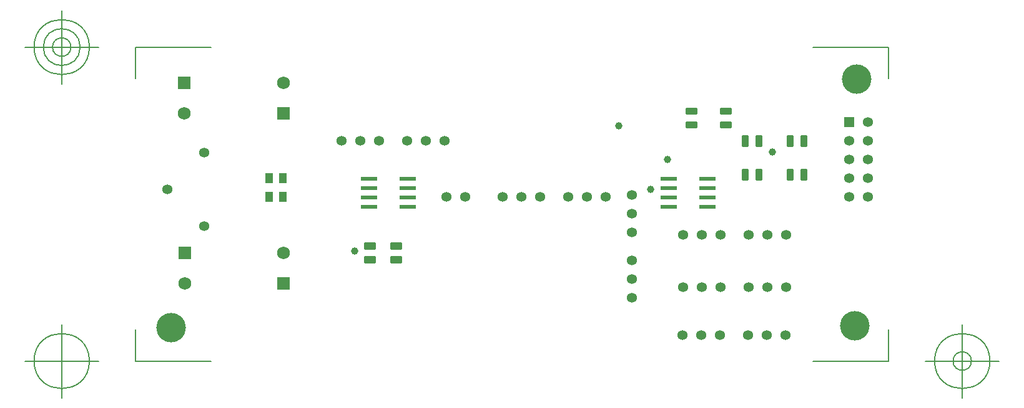
<source format=gbr>
G04 Generated by Ultiboard 14.0 *
%FSLAX34Y34*%
%MOMM*%

%ADD10C,0.0001*%
%ADD11C,0.1270*%
%ADD12C,1.0000*%
%ADD13C,1.3556*%
%ADD14R,1.3556X1.3556*%
%ADD15R,1.0500X1.4000*%
%ADD16C,4.0000*%
%ADD17R,2.2000X0.6000*%
%ADD18R,1.7526X1.7526*%
%ADD19C,1.7526*%
%ADD20R,0.5718X1.1857*%
%ADD21C,0.4232*%
%ADD22R,1.1857X0.5718*%


G04 ColorRGB FF00CC for the following layer *
%LNSolder Mask Top*%
%LPD*%
G54D10*
G54D11*
X-2540Y599440D02*
X-2540Y642113D01*
X-2540Y599440D02*
X99568Y599440D01*
X1018543Y599440D02*
X916435Y599440D01*
X1018543Y599440D02*
X1018543Y642113D01*
X1018543Y1026168D02*
X1018543Y983495D01*
X1018543Y1026168D02*
X916435Y1026168D01*
X-2540Y1026168D02*
X99568Y1026168D01*
X-2540Y1026168D02*
X-2540Y983495D01*
X-52540Y599440D02*
X-152540Y599440D01*
X-102540Y549440D02*
X-102540Y649440D01*
X-140040Y599440D02*
G75*
D01*
G02X-140040Y599440I37500J0*
G01*
X1068543Y599440D02*
X1168543Y599440D01*
X1118543Y549440D02*
X1118543Y649440D01*
X1081043Y599440D02*
G75*
D01*
G02X1081043Y599440I37500J0*
G01*
X1106043Y599440D02*
G75*
D01*
G02X1106043Y599440I12500J0*
G01*
X-52540Y1026168D02*
X-152540Y1026168D01*
X-102540Y976168D02*
X-102540Y1076168D01*
X-140040Y1026168D02*
G75*
D01*
G02X-140040Y1026168I37500J0*
G01*
X-127540Y1026168D02*
G75*
D01*
G02X-127540Y1026168I25000J0*
G01*
X-115040Y1026168D02*
G75*
D01*
G02X-115040Y1026168I12500J0*
G01*
G54D12*
X294640Y749300D03*
X718820Y873760D03*
X695960Y833120D03*
X861060Y883920D03*
X652780Y919480D03*
G54D13*
X965200Y899160D03*
X965200Y873760D03*
X965200Y848360D03*
X965200Y822960D03*
X990600Y924560D03*
X990600Y899160D03*
X990600Y873760D03*
X990600Y848360D03*
X990600Y822960D03*
X91040Y783120D03*
X91040Y883120D03*
X41040Y833120D03*
X739140Y635000D03*
X764540Y635000D03*
X789940Y635000D03*
X853440Y635000D03*
X878840Y635000D03*
X828040Y635000D03*
X740410Y699770D03*
X765810Y699770D03*
X791210Y699770D03*
X854710Y699770D03*
X880110Y699770D03*
X829310Y699770D03*
X740410Y770890D03*
X765810Y770890D03*
X791210Y770890D03*
X854710Y770890D03*
X880110Y770890D03*
X829310Y770890D03*
X495300Y822960D03*
X520700Y822960D03*
X546100Y822960D03*
X609600Y822960D03*
X635000Y822960D03*
X584200Y822960D03*
X670560Y825500D03*
X670560Y800100D03*
X670560Y774700D03*
X670560Y711200D03*
X670560Y685800D03*
X670560Y736600D03*
X276860Y899160D03*
X302260Y899160D03*
X327660Y899160D03*
X391160Y899160D03*
X416560Y899160D03*
X365760Y899160D03*
X419100Y822960D03*
X444500Y822960D03*
G54D14*
X965200Y924560D03*
G54D15*
X178460Y848360D03*
X197460Y848360D03*
X178460Y822960D03*
X197460Y822960D03*
G54D16*
X975360Y982980D03*
X972820Y647700D03*
X45720Y645160D03*
G54D17*
X314360Y808990D03*
X366360Y808990D03*
X314360Y834390D03*
X314360Y821690D03*
X366360Y834390D03*
X366360Y821690D03*
X314360Y847090D03*
X366360Y847090D03*
X720760Y808990D03*
X720760Y821690D03*
X772760Y808990D03*
X772760Y821690D03*
X720760Y834390D03*
X772760Y834390D03*
X720760Y847090D03*
X772760Y847090D03*
G54D18*
X63759Y977700D03*
X197759Y935680D03*
X64548Y746719D03*
X198548Y704699D03*
G54D19*
X197759Y977700D03*
X63759Y935680D03*
X198548Y746719D03*
X64548Y704699D03*
G54D20*
X823807Y899160D03*
X842433Y899160D03*
X903393Y853440D03*
X884767Y853440D03*
X903393Y899160D03*
X884767Y899160D03*
X823807Y853440D03*
X842433Y853440D03*
G54D21*
X820948Y893232D02*
X826666Y893232D01*
X826666Y905088D01*
X820948Y905088D01*
X820948Y893232D01*D02*
X839574Y893232D02*
X845292Y893232D01*
X845292Y905088D01*
X839574Y905088D01*
X839574Y893232D01*D02*
X900534Y847512D02*
X906252Y847512D01*
X906252Y859368D01*
X900534Y859368D01*
X900534Y847512D01*D02*
X881908Y847512D02*
X887626Y847512D01*
X887626Y859368D01*
X881908Y859368D01*
X881908Y847512D01*D02*
X309032Y753214D02*
X320888Y753214D01*
X320888Y758932D01*
X309032Y758932D01*
X309032Y753214D01*D02*
X309032Y734588D02*
X320888Y734588D01*
X320888Y740306D01*
X309032Y740306D01*
X309032Y734588D01*D02*
X344592Y753214D02*
X356448Y753214D01*
X356448Y758932D01*
X344592Y758932D01*
X344592Y753214D01*D02*
X344592Y734588D02*
X356448Y734588D01*
X356448Y740306D01*
X344592Y740306D01*
X344592Y734588D01*D02*
X791632Y918076D02*
X803488Y918076D01*
X803488Y923794D01*
X791632Y923794D01*
X791632Y918076D01*D02*
X791632Y936703D02*
X803488Y936703D01*
X803488Y942421D01*
X791632Y942421D01*
X791632Y936703D01*D02*
X745274Y918076D02*
X757130Y918076D01*
X757130Y923794D01*
X745274Y923794D01*
X745274Y918076D01*D02*
X745274Y936703D02*
X757130Y936703D01*
X757130Y942421D01*
X745274Y942421D01*
X745274Y936703D01*D02*
X900534Y893232D02*
X906252Y893232D01*
X906252Y905088D01*
X900534Y905088D01*
X900534Y893232D01*D02*
X881908Y893232D02*
X887626Y893232D01*
X887626Y905088D01*
X881908Y905088D01*
X881908Y893232D01*D02*
X820948Y847512D02*
X826666Y847512D01*
X826666Y859368D01*
X820948Y859368D01*
X820948Y847512D01*D02*
X839574Y847512D02*
X845292Y847512D01*
X845292Y859368D01*
X839574Y859368D01*
X839574Y847512D01*D02*
G54D22*
X314960Y756073D03*
X314960Y737447D03*
X350520Y756073D03*
X350520Y737447D03*
X797560Y920935D03*
X797560Y939562D03*
X751202Y920935D03*
X751202Y939562D03*

M02*

</source>
